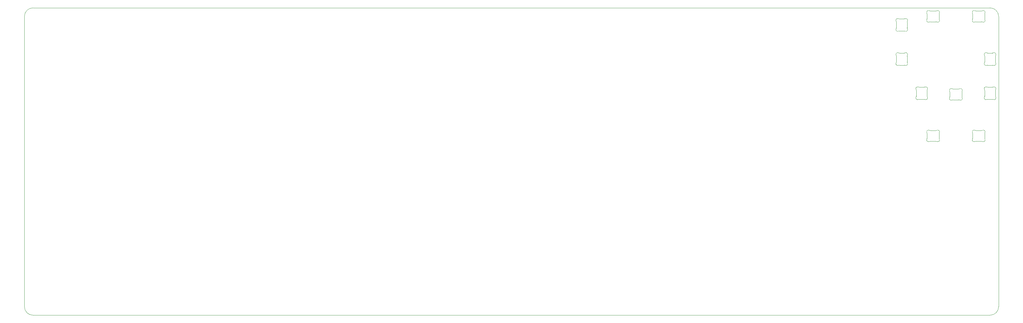
<source format=gbr>
%TF.GenerationSoftware,KiCad,Pcbnew,8.0.5*%
%TF.CreationDate,2024-11-01T20:36:06+01:00*%
%TF.ProjectId,eurovISOn,6575726f-7649-4534-9f6e-2e6b69636164,rev?*%
%TF.SameCoordinates,Original*%
%TF.FileFunction,Profile,NP*%
%FSLAX46Y46*%
G04 Gerber Fmt 4.6, Leading zero omitted, Abs format (unit mm)*
G04 Created by KiCad (PCBNEW 8.0.5) date 2024-11-01 20:36:06*
%MOMM*%
%LPD*%
G01*
G04 APERTURE LIST*
%TA.AperFunction,Profile*%
%ADD10C,0.050000*%
%TD*%
%TA.AperFunction,Profile*%
%ADD11C,0.100000*%
%TD*%
G04 APERTURE END LIST*
D10*
X284162500Y-100806250D02*
X284162500Y-19843750D01*
X15081250Y-103187500D02*
G75*
G02*
X12700000Y-100806250I0J2381250D01*
G01*
X15081250Y-103187500D02*
X281781250Y-103187500D01*
X12700000Y-19843750D02*
G75*
G02*
X15081250Y-17462500I2381250J0D01*
G01*
X281781250Y-17462500D02*
X15081250Y-17462500D01*
X281781250Y-17462500D02*
G75*
G02*
X284162500Y-19843750I-50J-2381300D01*
G01*
X12700000Y-100806250D02*
X12700000Y-19843750D01*
X284162500Y-100806250D02*
G75*
G02*
X281781250Y-103187500I-2381300J50D01*
G01*
D11*
%TO.C,LED2*%
X280281251Y-40480548D02*
X280281251Y-42069452D01*
X281078409Y-42974999D02*
X282484093Y-42974999D01*
X282484093Y-39575001D02*
X281078409Y-39575001D01*
X283281250Y-42069453D02*
X283281250Y-40480548D01*
X280212952Y-40228290D02*
G75*
G02*
X280281250Y-40480548I-431712J-252260D01*
G01*
X280212954Y-40228289D02*
G75*
G02*
X280861529Y-39525520I431696J252259D01*
G01*
X280281251Y-42069452D02*
G75*
G02*
X280212952Y-42321711I-500009J2D01*
G01*
X280861531Y-43024484D02*
G75*
G02*
X281078409Y-42974999I216876J-450505D01*
G01*
X280861532Y-43024484D02*
G75*
G02*
X280212952Y-42321711I-216880J450514D01*
G01*
X281078408Y-39575001D02*
G75*
G02*
X280861531Y-39525516I82J500351D01*
G01*
X282484094Y-42974999D02*
G75*
G02*
X282700971Y-43024484I1J-499990D01*
G01*
X282700971Y-39525516D02*
G75*
G02*
X282484093Y-39574990I-216921J450816D01*
G01*
X282700971Y-39525516D02*
G75*
G02*
X283349550Y-40228289I216879J-450514D01*
G01*
X283281251Y-40480547D02*
G75*
G02*
X283349550Y-40228289I500009J-3D01*
G01*
X283349549Y-42321711D02*
G75*
G02*
X282700971Y-43024485I-431700J-252259D01*
G01*
X283349549Y-42321711D02*
G75*
G02*
X283281250Y-42069453I431710J252261D01*
G01*
%TO.C,LED1*%
X276906251Y-52478409D02*
X276906251Y-53884093D01*
X277811797Y-54681250D02*
X279400702Y-54681250D01*
X279400702Y-51681251D02*
X277811798Y-51681251D01*
X280306249Y-53884093D02*
X280306249Y-52478409D01*
X276856766Y-52261531D02*
G75*
G02*
X276906251Y-52478409I-450505J-216876D01*
G01*
X276856766Y-52261532D02*
G75*
G02*
X277559539Y-51612952I450514J216880D01*
G01*
X276906251Y-53884094D02*
G75*
G02*
X276856766Y-54100971I-499990J-1D01*
G01*
X277559539Y-54749549D02*
G75*
G02*
X276856765Y-54100971I-252259J431700D01*
G01*
X277559539Y-54749549D02*
G75*
G02*
X277811797Y-54681250I252261J-431710D01*
G01*
X277811798Y-51681251D02*
G75*
G02*
X277559539Y-51612952I2J500009D01*
G01*
X279400703Y-54681251D02*
G75*
G02*
X279652961Y-54749550I-3J-500009D01*
G01*
X279652960Y-51612952D02*
G75*
G02*
X279400702Y-51681250I-252260J431712D01*
G01*
X279652961Y-51612954D02*
G75*
G02*
X280355730Y-52261529I252259J-431696D01*
G01*
X280306249Y-52478408D02*
G75*
G02*
X280355734Y-52261531I500351J-82D01*
G01*
X280355734Y-54100971D02*
G75*
G02*
X279652961Y-54749550I-450514J-216879D01*
G01*
X280355734Y-54100971D02*
G75*
G02*
X280306260Y-53884093I450816J216921D01*
G01*
%TO.C,LED7*%
X255675000Y-30955547D02*
X255675000Y-32544452D01*
X256472157Y-33449999D02*
X257877841Y-33449999D01*
X257877841Y-30050001D02*
X256472157Y-30050001D01*
X258674999Y-32544452D02*
X258674999Y-30955548D01*
X255606701Y-30703289D02*
G75*
G02*
X255675000Y-30955547I-431710J-252261D01*
G01*
X255606701Y-30703289D02*
G75*
G02*
X256255279Y-30000515I431700J252259D01*
G01*
X255674999Y-32544453D02*
G75*
G02*
X255606700Y-32796711I-500009J3D01*
G01*
X256255279Y-33499484D02*
G75*
G02*
X255606700Y-32796711I-216879J450514D01*
G01*
X256255279Y-33499484D02*
G75*
G02*
X256472157Y-33450010I216921J-450816D01*
G01*
X256472156Y-30050001D02*
G75*
G02*
X256255279Y-30000516I-1J499990D01*
G01*
X257877842Y-33449999D02*
G75*
G02*
X258094719Y-33499484I-82J-500351D01*
G01*
X258094718Y-30000516D02*
G75*
G02*
X258743298Y-30703289I216880J-450514D01*
G01*
X258094719Y-30000516D02*
G75*
G02*
X257877841Y-30050001I-216876J450505D01*
G01*
X258674999Y-30955548D02*
G75*
G02*
X258743298Y-30703289I500009J-2D01*
G01*
X258743296Y-32796711D02*
G75*
G02*
X258094721Y-33499480I-431696J-252259D01*
G01*
X258743298Y-32796710D02*
G75*
G02*
X258675000Y-32544452I431712J252260D01*
G01*
%TO.C,LED3*%
X280281251Y-30955548D02*
X280281251Y-32544452D01*
X281078409Y-33449999D02*
X282484093Y-33449999D01*
X282484093Y-30050001D02*
X281078409Y-30050001D01*
X283281250Y-32544453D02*
X283281250Y-30955548D01*
X280212952Y-30703290D02*
G75*
G02*
X280281250Y-30955548I-431712J-252260D01*
G01*
X280212954Y-30703289D02*
G75*
G02*
X280861529Y-30000520I431696J252259D01*
G01*
X280281251Y-32544452D02*
G75*
G02*
X280212952Y-32796711I-500009J2D01*
G01*
X280861531Y-33499484D02*
G75*
G02*
X281078409Y-33449999I216876J-450505D01*
G01*
X280861532Y-33499484D02*
G75*
G02*
X280212952Y-32796711I-216880J450514D01*
G01*
X281078408Y-30050001D02*
G75*
G02*
X280861531Y-30000516I82J500351D01*
G01*
X282484094Y-33449999D02*
G75*
G02*
X282700971Y-33499484I1J-499990D01*
G01*
X282700971Y-30000516D02*
G75*
G02*
X282484093Y-30049990I-216921J450816D01*
G01*
X282700971Y-30000516D02*
G75*
G02*
X283349550Y-30703289I216879J-450514D01*
G01*
X283281251Y-30955547D02*
G75*
G02*
X283349550Y-30703289I500009J-3D01*
G01*
X283349549Y-32796711D02*
G75*
G02*
X282700971Y-33499485I-431700J-252259D01*
G01*
X283349549Y-32796711D02*
G75*
G02*
X283281250Y-32544453I431710J252261D01*
G01*
%TO.C,LED9*%
X264206251Y-52478409D02*
X264206251Y-53884093D01*
X265111797Y-54681250D02*
X266700702Y-54681250D01*
X266700702Y-51681251D02*
X265111798Y-51681251D01*
X267606249Y-53884093D02*
X267606249Y-52478409D01*
X264156766Y-52261531D02*
G75*
G02*
X264206251Y-52478409I-450505J-216876D01*
G01*
X264156766Y-52261532D02*
G75*
G02*
X264859539Y-51612952I450514J216880D01*
G01*
X264206251Y-53884094D02*
G75*
G02*
X264156766Y-54100971I-499990J-1D01*
G01*
X264859539Y-54749549D02*
G75*
G02*
X264156765Y-54100971I-252259J431700D01*
G01*
X264859539Y-54749549D02*
G75*
G02*
X265111797Y-54681250I252261J-431710D01*
G01*
X265111798Y-51681251D02*
G75*
G02*
X264859539Y-51612952I2J500009D01*
G01*
X266700703Y-54681251D02*
G75*
G02*
X266952961Y-54749550I-3J-500009D01*
G01*
X266952960Y-51612952D02*
G75*
G02*
X266700702Y-51681250I-252260J431712D01*
G01*
X266952961Y-51612954D02*
G75*
G02*
X267655730Y-52261529I252259J-431696D01*
G01*
X267606249Y-52478408D02*
G75*
G02*
X267655734Y-52261531I500351J-82D01*
G01*
X267655734Y-54100971D02*
G75*
G02*
X266952961Y-54749550I-450514J-216879D01*
G01*
X267655734Y-54100971D02*
G75*
G02*
X267606260Y-53884093I450816J216921D01*
G01*
%TO.C,LED10*%
X270556251Y-40897157D02*
X270556251Y-42302841D01*
X271461798Y-43099999D02*
X273050702Y-43099999D01*
X273050703Y-40100000D02*
X271461798Y-40100000D01*
X273956249Y-42302841D02*
X273956249Y-40897157D01*
X270506766Y-40680279D02*
G75*
G02*
X270556240Y-40897157I-450816J-216921D01*
G01*
X270506766Y-40680279D02*
G75*
G02*
X271209539Y-40031700I450514J216879D01*
G01*
X270556251Y-42302842D02*
G75*
G02*
X270506766Y-42519719I-500351J82D01*
G01*
X271209539Y-43168296D02*
G75*
G02*
X270506770Y-42519721I-252259J431696D01*
G01*
X271209540Y-43168298D02*
G75*
G02*
X271461798Y-43100000I252260J-431712D01*
G01*
X271461797Y-40099999D02*
G75*
G02*
X271209539Y-40031700I3J500009D01*
G01*
X273050702Y-43099999D02*
G75*
G02*
X273302961Y-43168298I-2J-500009D01*
G01*
X273302961Y-40031701D02*
G75*
G02*
X273050703Y-40100000I-252261J431710D01*
G01*
X273302961Y-40031701D02*
G75*
G02*
X274005734Y-40680279I252258J-431701D01*
G01*
X273956249Y-40897156D02*
G75*
G02*
X274005734Y-40680279I499990J1D01*
G01*
X274005734Y-42519718D02*
G75*
G02*
X273302961Y-43168298I-450514J-216880D01*
G01*
X274005734Y-42519719D02*
G75*
G02*
X273956249Y-42302841I450505J216876D01*
G01*
%TO.C,LED5*%
X264206251Y-19140907D02*
X264206251Y-20546591D01*
X265111798Y-21343749D02*
X266700702Y-21343749D01*
X266700703Y-18343750D02*
X265111798Y-18343750D01*
X267606249Y-20546591D02*
X267606249Y-19140907D01*
X264156766Y-18924029D02*
G75*
G02*
X264206240Y-19140907I-450816J-216921D01*
G01*
X264156766Y-18924029D02*
G75*
G02*
X264859539Y-18275450I450514J216879D01*
G01*
X264206251Y-20546592D02*
G75*
G02*
X264156766Y-20763469I-500351J82D01*
G01*
X264859539Y-21412046D02*
G75*
G02*
X264156770Y-20763471I-252259J431696D01*
G01*
X264859540Y-21412048D02*
G75*
G02*
X265111798Y-21343750I252260J-431712D01*
G01*
X265111797Y-18343749D02*
G75*
G02*
X264859539Y-18275450I3J500009D01*
G01*
X266700702Y-21343749D02*
G75*
G02*
X266952961Y-21412048I-2J-500009D01*
G01*
X266952961Y-18275451D02*
G75*
G02*
X266700703Y-18343750I-252261J431710D01*
G01*
X266952961Y-18275451D02*
G75*
G02*
X267655735Y-18924029I252259J-431700D01*
G01*
X267606249Y-19140906D02*
G75*
G02*
X267655734Y-18924029I499990J1D01*
G01*
X267655734Y-20763468D02*
G75*
G02*
X266952961Y-21412048I-450514J-216880D01*
G01*
X267655734Y-20763469D02*
G75*
G02*
X267606249Y-20546591I450505J216876D01*
G01*
%TO.C,LED4*%
X276906251Y-19140907D02*
X276906251Y-20546591D01*
X277811798Y-21343749D02*
X279400702Y-21343749D01*
X279400703Y-18343750D02*
X277811798Y-18343750D01*
X280306249Y-20546591D02*
X280306249Y-19140907D01*
X276856766Y-18924029D02*
G75*
G02*
X276906240Y-19140907I-450816J-216921D01*
G01*
X276856766Y-18924029D02*
G75*
G02*
X277559539Y-18275450I450514J216879D01*
G01*
X276906251Y-20546592D02*
G75*
G02*
X276856766Y-20763469I-500351J82D01*
G01*
X277559539Y-21412046D02*
G75*
G02*
X276856770Y-20763471I-252259J431696D01*
G01*
X277559540Y-21412048D02*
G75*
G02*
X277811798Y-21343750I252260J-431712D01*
G01*
X277811797Y-18343749D02*
G75*
G02*
X277559539Y-18275450I3J500009D01*
G01*
X279400702Y-21343749D02*
G75*
G02*
X279652961Y-21412048I-2J-500009D01*
G01*
X279652961Y-18275451D02*
G75*
G02*
X279400703Y-18343750I-252261J431710D01*
G01*
X279652961Y-18275451D02*
G75*
G02*
X280355735Y-18924029I252259J-431700D01*
G01*
X280306249Y-19140906D02*
G75*
G02*
X280355734Y-18924029I499990J1D01*
G01*
X280355734Y-20763468D02*
G75*
G02*
X279652961Y-21412048I-450514J-216880D01*
G01*
X280355734Y-20763469D02*
G75*
G02*
X280306249Y-20546591I450505J216876D01*
G01*
%TO.C,LED6*%
X255675000Y-21430547D02*
X255675000Y-23019452D01*
X256472157Y-23924999D02*
X257877841Y-23924999D01*
X257877841Y-20525001D02*
X256472157Y-20525001D01*
X258674999Y-23019452D02*
X258674999Y-21430548D01*
X255606701Y-21178289D02*
G75*
G02*
X255675000Y-21430547I-431710J-252261D01*
G01*
X255606701Y-21178289D02*
G75*
G02*
X256255279Y-20475515I431700J252259D01*
G01*
X255674999Y-23019453D02*
G75*
G02*
X255606700Y-23271711I-500009J3D01*
G01*
X256255279Y-23974484D02*
G75*
G02*
X255606700Y-23271711I-216879J450514D01*
G01*
X256255279Y-23974484D02*
G75*
G02*
X256472157Y-23925010I216921J-450816D01*
G01*
X256472156Y-20525001D02*
G75*
G02*
X256255279Y-20475516I-1J499990D01*
G01*
X257877842Y-23924999D02*
G75*
G02*
X258094719Y-23974484I-82J-500351D01*
G01*
X258094718Y-20475516D02*
G75*
G02*
X258743298Y-21178289I216880J-450514D01*
G01*
X258094719Y-20475516D02*
G75*
G02*
X257877841Y-20525001I-216876J450505D01*
G01*
X258674999Y-21430548D02*
G75*
G02*
X258743298Y-21178289I500009J-2D01*
G01*
X258743296Y-23271711D02*
G75*
G02*
X258094721Y-23974480I-431696J-252259D01*
G01*
X258743298Y-23271710D02*
G75*
G02*
X258675000Y-23019452I431712J252260D01*
G01*
%TO.C,LED8*%
X261231250Y-40480547D02*
X261231250Y-42069452D01*
X262028407Y-42974999D02*
X263434091Y-42974999D01*
X263434091Y-39575001D02*
X262028407Y-39575001D01*
X264231249Y-42069452D02*
X264231249Y-40480548D01*
X261162951Y-40228289D02*
G75*
G02*
X261231250Y-40480547I-431710J-252261D01*
G01*
X261162951Y-40228289D02*
G75*
G02*
X261811529Y-39525515I431700J252259D01*
G01*
X261231249Y-42069453D02*
G75*
G02*
X261162950Y-42321711I-500009J3D01*
G01*
X261811529Y-43024484D02*
G75*
G02*
X261162950Y-42321711I-216879J450514D01*
G01*
X261811529Y-43024484D02*
G75*
G02*
X262028407Y-42975010I216921J-450816D01*
G01*
X262028406Y-39575001D02*
G75*
G02*
X261811529Y-39525516I-1J499990D01*
G01*
X263434092Y-42974999D02*
G75*
G02*
X263650969Y-43024484I-82J-500351D01*
G01*
X263650968Y-39525516D02*
G75*
G02*
X264299548Y-40228289I216880J-450514D01*
G01*
X263650969Y-39525516D02*
G75*
G02*
X263434091Y-39575001I-216876J450505D01*
G01*
X264231249Y-40480548D02*
G75*
G02*
X264299548Y-40228289I500009J-2D01*
G01*
X264299546Y-42321711D02*
G75*
G02*
X263650971Y-43024480I-431696J-252259D01*
G01*
X264299548Y-42321710D02*
G75*
G02*
X264231250Y-42069452I431712J252260D01*
G01*
%TD*%
M02*

</source>
